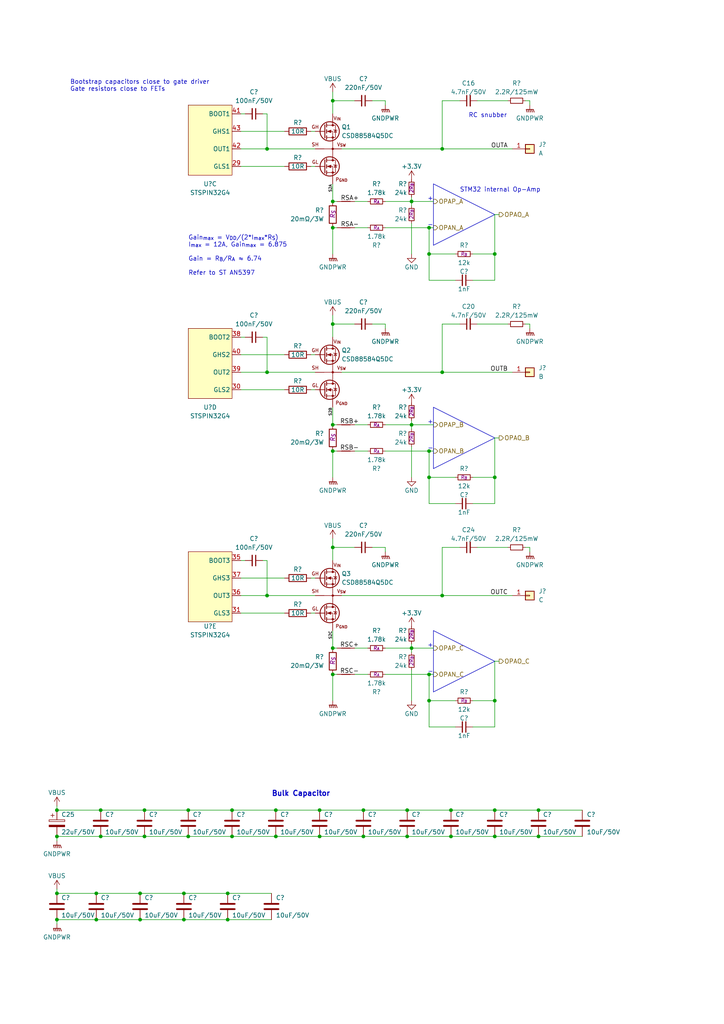
<source format=kicad_sch>
(kicad_sch (version 20230121) (generator eeschema)
  (paper "A4" portrait)
  (junction (at 53.34 259.08))
  (junction (at 96.52 130.81))
  (junction (at 105.41 234.95))
  (junction (at 67.31 242.57))
  (junction (at 29.21 234.95))
  (junction (at 124.46 66.04))
  (junction (at 66.04 266.7))
  (junction (at 130.81 234.95))
  (junction (at 128.27 43.18))
  (junction (at 143.51 242.57))
  (junction (at 119.38 123.19))
  (junction (at 96.52 187.96))
  (junction (at 67.31 234.95))
  (junction (at 29.21 242.57))
  (junction (at 130.81 242.57))
  (junction (at 124.46 195.58))
  (junction (at 54.61 234.95))
  (junction (at 27.94 266.7))
  (junction (at 143.51 138.43))
  (junction (at 27.94 259.08))
  (junction (at 124.46 138.43))
  (junction (at 96.52 93.98))
  (junction (at 143.51 203.2))
  (junction (at 92.71 242.57))
  (junction (at 105.41 242.57))
  (junction (at 16.51 242.57))
  (junction (at 16.51 234.95))
  (junction (at 41.91 242.57))
  (junction (at 96.52 66.04))
  (junction (at 80.01 242.57))
  (junction (at 96.52 123.19))
  (junction (at 54.61 242.57))
  (junction (at 124.46 130.81))
  (junction (at 77.47 43.18))
  (junction (at 128.27 107.95))
  (junction (at 96.52 195.58))
  (junction (at 96.52 158.75))
  (junction (at 156.21 242.57))
  (junction (at 96.52 58.42))
  (junction (at 77.47 107.95))
  (junction (at 118.11 242.57))
  (junction (at 92.71 234.95))
  (junction (at 96.52 29.21))
  (junction (at 124.46 203.2))
  (junction (at 118.11 234.95))
  (junction (at 128.27 172.72))
  (junction (at 41.91 234.95))
  (junction (at 53.34 266.7))
  (junction (at 156.21 234.95))
  (junction (at 143.51 234.95))
  (junction (at 66.04 259.08))
  (junction (at 124.46 73.66))
  (junction (at 119.38 58.42))
  (junction (at 143.51 73.66))
  (junction (at 77.47 172.72))
  (junction (at 16.51 259.08))
  (junction (at 40.64 259.08))
  (junction (at 40.64 266.7))
  (junction (at 119.38 187.96))
  (junction (at 16.51 266.7))
  (junction (at 80.01 234.95))
  (wire (pts (xy 69.85 48.26) (xy 82.55 48.26)))
  (wire (pts (xy 27.94 259.08) (xy 40.64 259.08)))
  (wire (pts (xy 69.85 102.87) (xy 82.55 102.87)))
  (wire (pts (xy 29.21 234.95) (xy 41.91 234.95)))
  (polyline (pts (xy 125.73 182.88) (xy 143.51 191.77)))
  (wire (pts (xy 153.67 29.21) (xy 152.4 29.21)))
  (wire (pts (xy 96.52 156.21) (xy 96.52 158.75)))
  (wire (pts (xy 96.52 29.21) (xy 96.52 33.02)))
  (wire (pts (xy 102.87 195.58) (xy 106.68 195.58)))
  (wire (pts (xy 69.85 113.03) (xy 82.55 113.03)))
  (wire (pts (xy 102.87 130.81) (xy 106.68 130.81)))
  (wire (pts (xy 54.61 234.95) (xy 67.31 234.95)))
  (polyline (pts (xy 125.73 71.12) (xy 143.51 62.23)))
  (wire (pts (xy 137.16 146.05) (xy 143.51 146.05)))
  (wire (pts (xy 132.08 81.28) (xy 124.46 81.28)))
  (wire (pts (xy 41.91 234.95) (xy 54.61 234.95)))
  (wire (pts (xy 143.51 203.2) (xy 143.51 191.77)))
  (wire (pts (xy 102.87 123.19) (xy 106.68 123.19)))
  (wire (pts (xy 128.27 43.18) (xy 148.59 43.18)))
  (wire (pts (xy 168.91 242.57) (xy 156.21 242.57)))
  (wire (pts (xy 16.51 234.95) (xy 29.21 234.95)))
  (wire (pts (xy 77.47 33.02) (xy 76.2 33.02)))
  (wire (pts (xy 119.38 121.92) (xy 119.38 123.19)))
  (polyline (pts (xy 125.73 53.34) (xy 143.51 62.23)))
  (wire (pts (xy 67.31 234.95) (xy 80.01 234.95)))
  (wire (pts (xy 41.91 242.57) (xy 54.61 242.57)))
  (wire (pts (xy 128.27 158.75) (xy 133.35 158.75)))
  (wire (pts (xy 137.16 203.2) (xy 143.51 203.2)))
  (polyline (pts (xy 125.73 118.11) (xy 143.51 127)))
  (wire (pts (xy 96.52 26.67) (xy 96.52 29.21)))
  (wire (pts (xy 90.17 177.8) (xy 91.44 177.8)))
  (wire (pts (xy 77.47 97.79) (xy 77.47 107.95)))
  (wire (pts (xy 105.41 234.95) (xy 118.11 234.95)))
  (polyline (pts (xy 125.73 135.89) (xy 125.73 118.11)))
  (wire (pts (xy 111.76 93.98) (xy 107.95 93.98)))
  (wire (pts (xy 80.01 242.57) (xy 92.71 242.57)))
  (wire (pts (xy 128.27 29.21) (xy 128.27 43.18)))
  (wire (pts (xy 96.52 182.88) (xy 96.52 187.96)))
  (wire (pts (xy 97.79 58.42) (xy 96.52 58.42)))
  (wire (pts (xy 96.52 53.34) (xy 96.52 58.42)))
  (wire (pts (xy 16.51 233.68) (xy 16.51 234.95)))
  (wire (pts (xy 143.51 127) (xy 144.78 127)))
  (wire (pts (xy 16.51 259.08) (xy 27.94 259.08)))
  (wire (pts (xy 105.41 242.57) (xy 118.11 242.57)))
  (wire (pts (xy 147.32 93.98) (xy 138.43 93.98)))
  (wire (pts (xy 128.27 158.75) (xy 128.27 172.72)))
  (wire (pts (xy 119.38 129.54) (xy 119.38 138.43)))
  (wire (pts (xy 128.27 29.21) (xy 133.35 29.21)))
  (wire (pts (xy 137.16 210.82) (xy 143.51 210.82)))
  (wire (pts (xy 153.67 158.75) (xy 153.67 160.02)))
  (wire (pts (xy 69.85 172.72) (xy 77.47 172.72)))
  (wire (pts (xy 118.11 242.57) (xy 130.81 242.57)))
  (wire (pts (xy 153.67 93.98) (xy 152.4 93.98)))
  (wire (pts (xy 69.85 107.95) (xy 77.47 107.95)))
  (wire (pts (xy 124.46 130.81) (xy 125.73 130.81)))
  (wire (pts (xy 119.38 124.46) (xy 119.38 123.19)))
  (wire (pts (xy 119.38 59.69) (xy 119.38 58.42)))
  (wire (pts (xy 97.79 130.81) (xy 96.52 130.81)))
  (wire (pts (xy 143.51 242.57) (xy 156.21 242.57)))
  (wire (pts (xy 69.85 43.18) (xy 77.47 43.18)))
  (wire (pts (xy 69.85 38.1) (xy 82.55 38.1)))
  (wire (pts (xy 111.76 187.96) (xy 119.38 187.96)))
  (wire (pts (xy 66.04 259.08) (xy 78.74 259.08)))
  (wire (pts (xy 132.08 203.2) (xy 124.46 203.2)))
  (wire (pts (xy 66.04 266.7) (xy 78.74 266.7)))
  (wire (pts (xy 130.81 234.95) (xy 143.51 234.95)))
  (wire (pts (xy 128.27 107.95) (xy 148.59 107.95)))
  (wire (pts (xy 143.51 191.77) (xy 144.78 191.77)))
  (wire (pts (xy 128.27 172.72) (xy 148.59 172.72)))
  (wire (pts (xy 119.38 123.19) (xy 125.73 123.19)))
  (wire (pts (xy 143.51 73.66) (xy 143.51 62.23)))
  (wire (pts (xy 102.87 187.96) (xy 106.68 187.96)))
  (wire (pts (xy 111.76 95.25) (xy 111.76 93.98)))
  (wire (pts (xy 40.64 259.08) (xy 53.34 259.08)))
  (wire (pts (xy 111.76 130.81) (xy 124.46 130.81)))
  (wire (pts (xy 53.34 259.08) (xy 66.04 259.08)))
  (wire (pts (xy 40.64 266.7) (xy 53.34 266.7)))
  (wire (pts (xy 111.76 29.21) (xy 107.95 29.21)))
  (polyline (pts (xy 125.73 71.12) (xy 125.73 53.34)))
  (wire (pts (xy 143.51 234.95) (xy 156.21 234.95)))
  (wire (pts (xy 137.16 73.66) (xy 143.51 73.66)))
  (wire (pts (xy 124.46 195.58) (xy 125.73 195.58)))
  (wire (pts (xy 96.52 118.11) (xy 96.52 123.19)))
  (wire (pts (xy 102.87 58.42) (xy 106.68 58.42)))
  (wire (pts (xy 90.17 102.87) (xy 91.44 102.87)))
  (wire (pts (xy 80.01 234.95) (xy 92.71 234.95)))
  (wire (pts (xy 96.52 29.21) (xy 102.87 29.21)))
  (wire (pts (xy 97.79 123.19) (xy 96.52 123.19)))
  (wire (pts (xy 77.47 33.02) (xy 77.47 43.18)))
  (wire (pts (xy 97.79 195.58) (xy 96.52 195.58)))
  (wire (pts (xy 96.52 91.44) (xy 96.52 93.98)))
  (wire (pts (xy 77.47 107.95) (xy 91.44 107.95)))
  (wire (pts (xy 147.32 158.75) (xy 138.43 158.75)))
  (wire (pts (xy 124.46 130.81) (xy 124.46 138.43)))
  (wire (pts (xy 69.85 97.79) (xy 71.12 97.79)))
  (wire (pts (xy 54.61 242.57) (xy 67.31 242.57)))
  (wire (pts (xy 90.17 167.64) (xy 91.44 167.64)))
  (wire (pts (xy 29.21 242.57) (xy 41.91 242.57)))
  (wire (pts (xy 77.47 172.72) (xy 91.44 172.72)))
  (wire (pts (xy 90.17 38.1) (xy 91.44 38.1)))
  (wire (pts (xy 16.51 266.7) (xy 16.51 267.97)))
  (wire (pts (xy 143.51 146.05) (xy 143.51 138.43)))
  (wire (pts (xy 143.51 62.23) (xy 144.78 62.23)))
  (wire (pts (xy 107.95 158.75) (xy 111.76 158.75)))
  (wire (pts (xy 96.52 138.43) (xy 96.52 130.81)))
  (wire (pts (xy 124.46 146.05) (xy 124.46 138.43)))
  (wire (pts (xy 119.38 186.69) (xy 119.38 187.96)))
  (wire (pts (xy 69.85 33.02) (xy 71.12 33.02)))
  (wire (pts (xy 143.51 138.43) (xy 143.51 127)))
  (wire (pts (xy 124.46 195.58) (xy 124.46 203.2)))
  (wire (pts (xy 132.08 138.43) (xy 124.46 138.43)))
  (wire (pts (xy 29.21 242.57) (xy 16.51 242.57)))
  (wire (pts (xy 92.71 242.57) (xy 105.41 242.57)))
  (wire (pts (xy 99.06 107.95) (xy 128.27 107.95)))
  (wire (pts (xy 153.67 93.98) (xy 153.67 95.25)))
  (wire (pts (xy 90.17 113.03) (xy 91.44 113.03)))
  (wire (pts (xy 132.08 146.05) (xy 124.46 146.05)))
  (wire (pts (xy 16.51 257.81) (xy 16.51 259.08)))
  (wire (pts (xy 69.85 167.64) (xy 82.55 167.64)))
  (wire (pts (xy 96.52 93.98) (xy 102.87 93.98)))
  (wire (pts (xy 67.31 242.57) (xy 80.01 242.57)))
  (wire (pts (xy 119.38 187.96) (xy 125.73 187.96)))
  (wire (pts (xy 137.16 138.43) (xy 143.51 138.43)))
  (wire (pts (xy 128.27 93.98) (xy 128.27 107.95)))
  (wire (pts (xy 111.76 123.19) (xy 119.38 123.19)))
  (wire (pts (xy 119.38 64.77) (xy 119.38 73.66)))
  (wire (pts (xy 97.79 66.04) (xy 96.52 66.04)))
  (wire (pts (xy 69.85 177.8) (xy 82.55 177.8)))
  (wire (pts (xy 119.38 57.15) (xy 119.38 58.42)))
  (wire (pts (xy 111.76 195.58) (xy 124.46 195.58)))
  (wire (pts (xy 111.76 30.48) (xy 111.76 29.21)))
  (wire (pts (xy 99.06 43.18) (xy 128.27 43.18)))
  (wire (pts (xy 99.06 172.72) (xy 128.27 172.72)))
  (wire (pts (xy 53.34 266.7) (xy 66.04 266.7)))
  (wire (pts (xy 96.52 203.2) (xy 96.52 195.58)))
  (wire (pts (xy 130.81 242.57) (xy 143.51 242.57)))
  (wire (pts (xy 96.52 158.75) (xy 102.87 158.75)))
  (wire (pts (xy 96.52 158.75) (xy 96.52 162.56)))
  (wire (pts (xy 97.79 187.96) (xy 96.52 187.96)))
  (wire (pts (xy 124.46 81.28) (xy 124.46 73.66)))
  (wire (pts (xy 27.94 266.7) (xy 40.64 266.7)))
  (wire (pts (xy 153.67 158.75) (xy 152.4 158.75)))
  (wire (pts (xy 143.51 210.82) (xy 143.51 203.2)))
  (wire (pts (xy 96.52 93.98) (xy 96.52 97.79)))
  (wire (pts (xy 137.16 81.28) (xy 143.51 81.28)))
  (wire (pts (xy 77.47 43.18) (xy 91.44 43.18)))
  (wire (pts (xy 77.47 162.56) (xy 77.47 172.72)))
  (wire (pts (xy 124.46 66.04) (xy 125.73 66.04)))
  (wire (pts (xy 132.08 210.82) (xy 124.46 210.82)))
  (wire (pts (xy 119.38 194.31) (xy 119.38 203.2)))
  (wire (pts (xy 102.87 66.04) (xy 106.68 66.04)))
  (wire (pts (xy 153.67 29.21) (xy 153.67 30.48)))
  (polyline (pts (xy 125.73 200.66) (xy 125.73 182.88)))
  (wire (pts (xy 16.51 266.7) (xy 27.94 266.7)))
  (wire (pts (xy 77.47 97.79) (xy 76.2 97.79)))
  (wire (pts (xy 119.38 58.42) (xy 125.73 58.42)))
  (wire (pts (xy 92.71 234.95) (xy 105.41 234.95)))
  (wire (pts (xy 147.32 29.21) (xy 138.43 29.21)))
  (wire (pts (xy 118.11 234.95) (xy 130.81 234.95)))
  (wire (pts (xy 132.08 73.66) (xy 124.46 73.66)))
  (wire (pts (xy 111.76 160.02) (xy 111.76 158.75)))
  (wire (pts (xy 16.51 243.84) (xy 16.51 242.57)))
  (wire (pts (xy 111.76 58.42) (xy 119.38 58.42)))
  (wire (pts (xy 124.46 66.04) (xy 124.46 73.66)))
  (wire (pts (xy 90.17 48.26) (xy 91.44 48.26)))
  (wire (pts (xy 119.38 189.23) (xy 119.38 187.96)))
  (wire (pts (xy 111.76 66.04) (xy 124.46 66.04)))
  (polyline (pts (xy 125.73 135.89) (xy 143.51 127)))
  (wire (pts (xy 168.91 234.95) (xy 156.21 234.95)))
  (wire (pts (xy 124.46 210.82) (xy 124.46 203.2)))
  (wire (pts (xy 128.27 93.98) (xy 133.35 93.98)))
  (wire (pts (xy 143.51 81.28) (xy 143.51 73.66)))
  (wire (pts (xy 69.85 162.56) (xy 71.12 162.56)))
  (wire (pts (xy 77.47 162.56) (xy 76.2 162.56)))
  (wire (pts (xy 96.52 73.66) (xy 96.52 66.04)))
  (polyline (pts (xy 125.73 200.66) (xy 143.51 191.77)))
  (text "+" (at 125.73 123.19 0) (effects (font (size 1.27 1.27)) (justify right bottom)))
  (text "-" (at 125.73 130.81 0) (effects (font (size 1.27 1.27)) (justify right bottom)))
  (text "Bulk Capacitor" (at 78.74 231.14 0) (effects (font (size 1.5 1.5) (thickness 0.3) bold) (justify left bottom)))
  (text "+" (at 125.73 58.42 0) (effects (font (size 1.27 1.27)) (justify right bottom)))
  (text "+" (at 125.73 187.96 0) (effects (font (size 1.27 1.27)) (justify right bottom)))
  (text "Gain_{max} = V_{DD}/(2*I_{max}*R_{S})\nI_{max} = 12A, Gain_{max} = 6.875\n\nGain = R_{B}/R_{A} ≈ 6.74\n\nRefer to ST AN5397" (at 54.61 80.01 0) (effects (font (size 1.27 1.27)) (justify left bottom)))
  (text "STM32 internal Op-Amp" (at 133.35 55.88 0) (effects (font (size 1.27 1.27)) (justify left bottom)))
  (text "Bootstrap capacitors close to gate driver\nGate resistors close to FETs" (at 20.32 26.67 0) (effects (font (size 1.27 1.27)) (justify left bottom)))
  (text "-" (at 125.73 66.04 0) (effects (font (size 1.27 1.27)) (justify right bottom)))
  (text "-" (at 125.73 195.58 0) (effects (font (size 1.27 1.27)) (justify right bottom)))
  (text "RC snubber" (at 135.89 34.29 0) (effects (font (size 1.27 1.27)) (justify left bottom)))
  (label "S2B" (at 96.52 118.11 270) (effects (font (size 0.8 0.8))))
  (label "RSA-" (at 104.14 66.04 180))
  (label "RSC-" (at 104.14 195.58 180))
  (label "RSA+" (at 104.14 58.42 180))
  (label "S2A" (at 96.52 53.34 270) (effects (font (size 0.8 0.8))))
  (label "RSB+" (at 104.14 123.19 180))
  (label "RSB-" (at 104.14 130.81 180))
  (label "S2C" (at 96.52 182.88 270) (effects (font (size 0.8 0.8))))
  (label "RSC+" (at 104.14 187.96 180))
  (label "OUTC" (at 147.32 172.72 180))
  (label "OUTA" (at 147.32 43.18 180))
  (label "OUTB" (at 147.32 107.95 180))
  (hierarchical_label "OPAO_B" (shape output) (at 144.78 127 0))
  (hierarchical_label "OPAN_C" (shape output) (at 125.73 195.58 0))
  (hierarchical_label "OPAO_A" (shape output) (at 144.78 62.23 0))
  (hierarchical_label "OPAP_C" (shape output) (at 125.73 187.96 0))
  (hierarchical_label "OPAN_B" (shape output) (at 125.73 130.81 0))
  (hierarchical_label "OPAP_B" (shape output) (at 125.73 123.19 0))
  (hierarchical_label "OPAO_C" (shape output) (at 144.78 191.77 0))
  (hierarchical_label "OPAN_A" (shape output) (at 125.73 66.04 0))
  (hierarchical_label "OPAP_A" (shape output) (at 125.73 58.42 0))
  (symbol (lib_id "Device:R_Small") (at 149.86 93.98 90) (unit 1)
    (property "Reference" "R?" (at 149.86 88.9 90))
    (property "Value" "2.2R/125mW" (at 149.86 91.44 90))
    (property "Footprint" "Resistor_SMD:R_0805_2012Metric" (effects hide))
    (property "LCSC" "C17521" (effects hide))
    (property "MFR. Part#" "0805W8F220KT5E" (effects hide))
    (instances (project "moco-rd321" (path "" (reference "R?") (unit 1)) (path "" (reference "R?") (unit 1))) (project "moco-pg4_2" (path "" (reference "R18") (unit 1))))
  )
  (symbol (lib_id "Device:C_Small") (at 135.89 29.21 90) (unit 1)
    (property "Reference" "C16" (at 135.89 24.13 90))
    (property "Value" "4.7nF/50V" (at 135.89 26.67 90))
    (property "Footprint" "Capacitor_SMD:C_0402_1005Metric" (effects hide))
    (property "LCSC" "C1538" (effects hide))
    (property "MFR. Part#" "0402B472K500NT" (effects hide))
  )
  (symbol (lib_id "power:VBUS") (at 96.52 26.67 0) (unit 1)
    (property "Reference" "#PWR?" (effects hide))
    (property "Value" "VBUS" (at 96.52 22.86 0))
    (instances (project "moco-pg4_2" (path "" (reference "#PWR?") (unit 1)) (path "" (reference "#PWR030") (unit 1))))
  )
  (symbol (lib_id "Device:NetTie_2") (at 100.33 66.04 0) (mirror y) (unit 1) (in_bom no)
    (property "Reference" "NT?" (effects hide))
    (property "Value" "NetTie_2" (effects hide))
    (property "Footprint" "NetTie:NetTie-2_SMD_Pad0.5mm" (effects hide))
    (instances (project "moco-rd321" (path "" (reference "NT?") (unit 1)) (path "" (reference "NT?") (unit 1))) (project "moco-rd501" (path "" (reference "NT?") (unit 1))) (project "moco-pg4_2" (path "" (reference "NT?") (unit 1)) (path "" (reference "NT2") (unit 1))))
  )
  (symbol (lib_id "Device:C_Small") (at 105.41 158.75 270) (mirror x) (unit 1)
    (property "Reference" "C?" (at 105.41 152.4 90))
    (property "Value" "220nF/50V" (at 105.41 154.94 90))
    (property "Footprint" "Capacitor_SMD:C_0805_2012Metric" (effects hide))
    (property "LCSC" "C5378" (effects hide))
    (property "MFR. Part#" "CL21B224KBFNNNE" (effects hide))
    (instances (project "moco-rd321" (path "" (reference "C?") (unit 1)) (path "" (reference "C?") (unit 1))) (project "moco-pg4_2" (path "" (reference "C?") (unit 1)) (path "" (reference "C23") (unit 1))))
  )
  (symbol (lib_id "Device:C") (at 156.21 238.76 0) (mirror y) (unit 1)
    (property "Reference" "C?" (at 157.48 236.22 0) (effects (justify right)))
    (property "Value" "10uF/50V" (at 157.48 241.3 0) (effects (justify right)))
    (property "Footprint" "Capacitor_SMD:C_0805_2012Metric" (effects hide))
    (property "LCSC" "C440198" (effects hide))
    (property "MFR. Part#" "GRM21BR61H106KE43L" (effects hide))
    (instances (project "moco-rd321" (path "" (reference "C?") (unit 1))) (project "moco-oi401" (path "" (reference "C?") (unit 1)) (path "" (reference "C?") (unit 1))) (project "moco-bkd8316" (path "" (reference "C?") (unit 1))) (project "moco-pg4_2" (path "" (reference "C38") (unit 1))))
  )
  (symbol (lib_id "power:VBUS") (at 16.51 257.81 0) (unit 1)
    (property "Reference" "#PWR?" (effects hide))
    (property "Value" "VBUS" (at 16.51 254 0))
    (instances (project "moco-rd321" (path "" (reference "#PWR?") (unit 1)) (path "" (reference "#PWR?") (unit 1))) (project "moco-pg4_2" (path "" (reference "#PWR050") (unit 1))))
  )
  (symbol (lib_id "power:GNDPWR") (at 16.51 243.84 0) (mirror y) (unit 1)
    (property "Reference" "#PWR?" (effects hide))
    (property "Value" "GNDPWR" (at 16.51 247.65 0))
    (instances (project "moco-rd321" (path "" (reference "#PWR?") (unit 1)) (path "" (reference "#PWR?") (unit 1))) (project "moco-rd501" (path "" (reference "#PWR?") (unit 1))) (project "moco-pg4_2" (path "" (reference "#PWR049") (unit 1))))
  )
  (symbol (lib_id "Device:C") (at 130.81 238.76 0) (mirror y) (unit 1)
    (property "Reference" "C?" (at 132.08 236.22 0) (effects (justify right)))
    (property "Value" "10uF/50V" (at 132.08 241.3 0) (effects (justify right)))
    (property "Footprint" "Capacitor_SMD:C_0805_2012Metric" (effects hide))
    (property "LCSC" "C440198" (effects hide))
    (property "MFR. Part#" "GRM21BR61H106KE43L" (effects hide))
    (instances (project "moco-rd321" (path "" (reference "C?") (unit 1))) (project "moco-oi401" (path "" (reference "C?") (unit 1)) (path "" (reference "C?") (unit 1))) (project "moco-bkd8316" (path "" (reference "C?") (unit 1))) (project "moco-pg4_2" (path "" (reference "C36") (unit 1))))
  )
  (symbol (lib_id "Device:R") (at 96.52 191.77 0) (mirror y) (unit 1)
    (property "Reference" "R?" (at 93.98 190.5 0) (effects (justify left)))
    (property "Value" "20mΩ/3W" (at 93.98 193.04 0) (effects (justify left)))
    (property "Footprint" "Resistor_SMD:R_2512_6332Metric" (effects hide))
    (property "LCSC" "C840620" (effects hide))
    (property "MFR. Part#" "CRA2512-FZ-R020ELF" (effects hide))
    (property "Note" "R_{S}" (at 96.52 191.77 90) (effects (font italic)))
    (instances (project "moco-rd321" (path "" (reference "R?") (unit 1)) (path "" (reference "R?") (unit 1))) (project "moco-rd501" (path "" (reference "R?") (unit 1))) (project "moco-pg4_2" (path "" (reference "R?") (unit 1)) (path "" (reference "R32") (unit 1))))
  )
  (symbol (lib_id "power:GNDPWR") (at 111.76 95.25 0) (mirror y) (unit 1)
    (property "Reference" "#PWR?" (effects hide))
    (property "Value" "GNDPWR" (at 111.76 99.06 0))
    (instances (project "moco-rd321" (path "" (reference "#PWR?") (unit 1)) (path "" (reference "#PWR?") (unit 1))) (project "moco-rd501" (path "" (reference "#PWR?") (unit 1))) (project "moco-pg4_2" (path "" (reference "#PWR?") (unit 1)) (path "" (reference "#PWR037") (unit 1))))
  )
  (symbol (lib_id "Device:C") (at 41.91 238.76 0) (mirror y) (unit 1)
    (property "Reference" "C?" (at 43.18 236.22 0) (effects (justify right)))
    (property "Value" "10uF/50V" (at 43.18 241.3 0) (effects (justify right)))
    (property "Footprint" "Capacitor_SMD:C_0805_2012Metric" (effects hide))
    (property "LCSC" "C440198" (effects hide))
    (property "MFR. Part#" "GRM21BR61H106KE43L" (effects hide))
    (instances (project "moco-rd321" (path "" (reference "C?") (unit 1))) (project "moco-oi401" (path "" (reference "C?") (unit 1)) (path "" (reference "C?") (unit 1))) (project "moco-bkd8316" (path "" (reference "C?") (unit 1))) (project "moco-pg4_2" (path "" (reference "C29") (unit 1))))
  )
  (symbol (lib_id "moco:CSD88584Q5DC") (at 96.52 107.95 0) (unit 1)
    (property "Reference" "Q2" (at 99.06 101.6 0) (effects (justify left)))
    (property "Value" "CSD88584Q5DC" (at 99.06 104.14 0) (effects (justify left)))
    (property "Footprint" "moco:VSON-CLIP-22_5x6mm (DMM0022A)_Alt1" (effects hide))
    (property "LCSC" "C2683056" (effects hide))
    (property "MFR. Part#" "CSD88584Q5DC" (effects hide))
  )
  (symbol (lib_id "Device:C") (at 80.01 238.76 0) (mirror y) (unit 1)
    (property "Reference" "C?" (at 81.28 236.22 0) (effects (justify right)))
    (property "Value" "10uF/50V" (at 81.28 241.3 0) (effects (justify right)))
    (property "Footprint" "Capacitor_SMD:C_0805_2012Metric" (effects hide))
    (property "LCSC" "C440198" (effects hide))
    (property "MFR. Part#" "GRM21BR61H106KE43L" (effects hide))
    (instances (project "moco-rd321" (path "" (reference "C?") (unit 1))) (project "moco-oi401" (path "" (reference "C?") (unit 1)) (path "" (reference "C?") (unit 1))) (project "moco-bkd8316" (path "" (reference "C?") (unit 1))) (project "moco-pg4_2" (path "" (reference "C32") (unit 1))))
  )
  (symbol (lib_id "power:+3.3V") (at 119.38 52.07 0) (unit 1)
    (property "Reference" "#PWR?" (effects hide))
    (property "Value" "+3.3V" (at 119.38 48.26 0))
    (instances (project "moco-rd321" (path "" (reference "#PWR?") (unit 1)) (path "" (reference "#PWR?") (unit 1)) (path "" (reference "#PWR?") (unit 1))) (project "moco-pg4_2" (path "" (reference "#PWR033") (unit 1))))
  )
  (symbol (lib_id "Device:NetTie_2") (at 100.33 195.58 0) (mirror y) (unit 1) (in_bom no)
    (property "Reference" "NT?" (effects hide))
    (property "Value" "NetTie_2" (effects hide))
    (property "Footprint" "NetTie:NetTie-2_SMD_Pad0.5mm" (effects hide))
    (instances (project "moco-rd321" (path "" (reference "NT?") (unit 1)) (path "" (reference "NT?") (unit 1))) (project "moco-rd501" (path "" (reference "NT?") (unit 1))) (project "moco-pg4_2" (path "" (reference "NT?") (unit 1)) (path "" (reference "NT6") (unit 1))))
  )
  (symbol (lib_id "Device:R_Small") (at 109.22 123.19 90) (unit 1)
    (property "Reference" "R?" (at 109.22 118.11 90))
    (property "Value" "1.78k" (at 109.22 120.65 90))
    (property "Footprint" "Resistor_SMD:R_0402_1005Metric" (effects hide))
    (property "LCSC" "C284379" (effects hide))
    (property "MFR. Part#" "ARG02FTC1781" (effects hide))
    (property "Note" "R_{A}" (at 109.22 123.19 90) (effects (font (size 1 1) italic)))
    (instances (project "moco-rd321" (path "" (reference "R?") (unit 1)) (path "" (reference "R?") (unit 1))) (project "moco-pg4_2" (path "" (reference "R22") (unit 1))))
  )
  (symbol (lib_id "Device:C_Small") (at 134.62 210.82 270) (mirror x) (unit 1)
    (property "Reference" "C?" (at 134.62 208.28 90))
    (property "Value" "1nF" (at 134.62 213.36 90))
    (property "Footprint" "Capacitor_SMD:C_0402_1005Metric" (effects hide))
    (property "LCSC" "C1523" (effects hide))
    (property "MFR. Part#" "0402B102K500NT" (effects hide))
    (instances (project "moco-rd321" (path "" (reference "C?") (unit 1)) (path "" (reference "C?") (unit 1))) (project "moco-pg4_2" (path "" (reference "C?") (unit 1)) (path "" (reference "C26") (unit 1))))
  )
  (symbol (lib_id "power:GNDPWR") (at 96.52 73.66 0) (mirror y) (unit 1)
    (property "Reference" "#PWR?" (effects hide))
    (property "Value" "GNDPWR" (at 96.52 77.47 0))
    (instances (project "moco-rd321" (path "" (reference "#PWR?") (unit 1)) (path "" (reference "#PWR?") (unit 1))) (project "moco-rd501" (path "" (reference "#PWR?") (unit 1))) (project "moco-pg4_2" (path "" (reference "#PWR?") (unit 1)) (path "" (reference "#PWR034") (unit 1))))
  )
  (symbol (lib_id "power:GNDPWR") (at 153.67 30.48 0) (mirror y) (unit 1)
    (property "Reference" "#PWR?" (effects hide))
    (property "Value" "GNDPWR" (at 153.67 34.29 0))
    (instances (project "moco-rd321" (path "" (reference "#PWR?") (unit 1)) (path "" (reference "#PWR?") (unit 1))) (project "moco-rd501" (path "" (reference "#PWR?") (unit 1))) (project "moco-pg4_2" (path "" (reference "#PWR?") (unit 1)) (path "" (reference "#PWR032") (unit 1))))
  )
  (symbol (lib_id "moco:STSPIN32G4") (at 60.96 105.41 0) (unit 4)
    (property "Reference" "U?" (at 60.96 118.11 0))
    (property "Value" "STSPIN32G4" (at 60.96 120.65 0))
    (property "Footprint" "moco:VFQFPN 9X9X1.0 64 PITCH 0.5" (effects hide))
    (property "LCSC" "C2858620" (effects hide))
    (property "MFR. Part#" "STSPIN32G4" (effects hide))
    (instances (project "moco-pg4_2" (path "" (reference "U?") (unit 4)) (path "" (reference "U1") (unit 4))))
  )
  (symbol (lib_id "Device:NetTie_2") (at 100.33 130.81 0) (mirror y) (unit 1) (in_bom no)
    (property "Reference" "NT?" (effects hide))
    (property "Value" "NetTie_2" (effects hide))
    (property "Footprint" "NetTie:NetTie-2_SMD_Pad0.5mm" (effects hide))
    (instances (project "moco-rd321" (path "" (reference "NT?") (unit 1)) (path "" (reference "NT?") (unit 1))) (project "moco-rd501" (path "" (reference "NT?") (unit 1))) (project "moco-pg4_2" (path "" (reference "NT?") (unit 1)) (path "" (reference "NT4") (unit 1))))
  )
  (symbol (lib_id "power:GNDPWR") (at 96.52 203.2 0) (mirror y) (unit 1)
    (property "Reference" "#PWR?" (effects hide))
    (property "Value" "GNDPWR" (at 96.52 207.01 0))
    (instances (project "moco-rd321" (path "" (reference "#PWR?") (unit 1)) (path "" (reference "#PWR?") (unit 1))) (project "moco-rd501" (path "" (reference "#PWR?") (unit 1))) (project "moco-pg4_2" (path "" (reference "#PWR?") (unit 1)) (path "" (reference "#PWR046") (unit 1))))
  )
  (symbol (lib_id "Device:C_Small") (at 135.89 93.98 90) (unit 1)
    (property "Reference" "C20" (at 135.89 88.9 90))
    (property "Value" "4.7nF/50V" (at 135.89 91.44 90))
    (property "Footprint" "Capacitor_SMD:C_0402_1005Metric" (effects hide))
    (property "LCSC" "C1538" (effects hide))
    (property "MFR. Part#" "0402B472K500NT" (effects hide))
  )
  (symbol (lib_id "power:GND") (at 119.38 138.43 0) (unit 1)
    (property "Reference" "#PWR?" (effects hide))
    (property "Value" "GND" (at 119.38 142.24 0))
    (instances (project "moco-rd321" (path "" (reference "#PWR?") (unit 1)) (path "" (reference "#PWR?") (unit 1))) (project "moco-pg4_2" (path "" (reference "#PWR041") (unit 1))))
  )
  (symbol (lib_id "Device:R") (at 86.36 48.26 90) (unit 1)
    (property "Reference" "R?" (at 86.36 45.72 90))
    (property "Value" "10R" (at 86.36 48.26 90))
    (property "Footprint" "Resistor_SMD:R_0402_1005Metric" (effects hide))
    (property "LCSC" "C25077" (effects hide))
    (property "MFR. Part#" "0402WGF100JTCE" (effects hide))
    (instances (project "moco-rd321" (path "" (reference "R?") (unit 1)) (path "" (reference "R?") (unit 1))) (project "moco-pg4_2" (path "" (reference "R?") (unit 1)) (path "" (reference "R11") (unit 1))))
  )
  (symbol (lib_id "Device:NetTie_2") (at 100.33 187.96 0) (mirror y) (unit 1) (in_bom no)
    (property "Reference" "NT?" (effects hide))
    (property "Value" "NetTie_2" (effects hide))
    (property "Footprint" "NetTie:NetTie-2_SMD_Pad0.5mm" (effects hide))
    (instances (project "moco-rd321" (path "" (reference "NT?") (unit 1)) (path "" (reference "NT?") (unit 1))) (project "moco-rd501" (path "" (reference "NT?") (unit 1))) (project "moco-pg4_2" (path "" (reference "NT?") (unit 1)) (path "" (reference "NT5") (unit 1))))
  )
  (symbol (lib_id "Device:R") (at 86.36 102.87 90) (unit 1)
    (property "Reference" "R?" (at 86.36 100.33 90))
    (property "Value" "10R" (at 86.36 102.87 90))
    (property "Footprint" "Resistor_SMD:R_0402_1005Metric" (effects hide))
    (property "LCSC" "C25077" (effects hide))
    (property "MFR. Part#" "0402WGF100JTCE" (effects hide))
    (instances (project "moco-rd321" (path "" (reference "R?") (unit 1)) (path "" (reference "R?") (unit 1))) (project "moco-pg4_2" (path "" (reference "R?") (unit 1)) (path "" (reference "R19") (unit 1))))
  )
  (symbol (lib_id "Device:C_Polarized") (at 16.51 238.76 0) (unit 1)
    (property "Reference" "C25" (at 17.78 236.22 0) (effects (justify left)))
    (property "Value" "22uF/50V" (at 17.78 241.3 0) (effects (justify left)))
    (property "Footprint" "Capacitor_SMD:CP_Elec_5x5.8" (effects hide))
    (property "LCSC" "C336246" (effects hide))
    (property "MFR. Part#" "EEEFT1H220AR" (effects hide))
    (instances (project "moco-rd321" (path "" (reference "C25") (unit 1))) (project "moco-pg4_2" (path "" (reference "C27") (unit 1))))
  )
  (symbol (lib_id "Device:NetTie_2") (at 100.33 58.42 0) (mirror y) (unit 1) (in_bom no)
    (property "Reference" "NT?" (effects hide))
    (property "Value" "NetTie_2" (effects hide))
    (property "Footprint" "NetTie:NetTie-2_SMD_Pad0.5mm" (effects hide))
    (instances (project "moco-rd321" (path "" (reference "NT?") (unit 1)) (path "" (reference "NT?") (unit 1))) (project "moco-rd501" (path "" (reference "NT?") (unit 1))) (project "moco-pg4_2" (path "" (reference "NT?") (unit 1)) (path "" (reference "NT1") (unit 1))))
  )
  (symbol (lib_id "Device:R") (at 96.52 127 0) (mirror y) (unit 1)
    (property "Reference" "R?" (at 93.98 125.73 0) (effects (justify left)))
    (property "Value" "20mΩ/3W" (at 93.98 128.27 0) (effects (justify left)))
    (property "Footprint" "Resistor_SMD:R_2512_6332Metric" (effects hide))
    (property "LCSC" "C840620" (effects hide))
    (property "MFR. Part#" "CRA2512-FZ-R020ELF" (effects hide))
    (property "Note" "R_{S}" (at 96.52 127 90) (effects (font italic)))
    (instances (project "moco-rd321" (path "" (reference "R?") (unit 1)) (path "" (reference "R?") (unit 1))) (project "moco-rd501" (path "" (reference "R?") (unit 1))) (project "moco-pg4_2" (path "" (reference "R?") (unit 1)) (path "" (reference "R23") (unit 1))))
  )
  (symbol (lib_id "power:GNDPWR") (at 16.51 267.97 0) (mirror y) (unit 1)
    (property "Reference" "#PWR?" (effects hide))
    (property "Value" "GNDPWR" (at 16.51 271.78 0))
    (instances (project "moco-rd321" (path "" (reference "#PWR?") (unit 1)) (path "" (reference "#PWR?") (unit 1))) (project "moco-rd501" (path "" (reference "#PWR?") (unit 1))) (project "moco-pg4_2" (path "" (reference "#PWR051") (unit 1))))
  )
  (symbol (lib_id "Device:C") (at 40.64 262.89 0) (mirror y) (unit 1)
    (property "Reference" "C?" (at 41.91 260.35 0) (effects (justify right)))
    (property "Value" "10uF/50V" (at 41.91 265.43 0) (effects (justify right)))
    (property "Footprint" "Capacitor_SMD:C_0805_2012Metric" (effects hide))
    (property "LCSC" "C440198" (effects hide))
    (property "MFR. Part#" "GRM21BR61H106KE43L" (effects hide))
    (instances (project "moco-rd321" (path "" (reference "C?") (unit 1))) (project "moco-oi401" (path "" (reference "C?") (unit 1)) (path "" (reference "C?") (unit 1))) (project "moco-bkd8316" (path "" (reference "C?") (unit 1))) (project "moco-pg4_2" (path "" (reference "C42") (unit 1))))
  )
  (symbol (lib_id "Device:C") (at 54.61 238.76 0) (mirror y) (unit 1)
    (property "Reference" "C?" (at 55.88 236.22 0) (effects (justify right)))
    (property "Value" "10uF/50V" (at 55.88 241.3 0) (effects (justify right)))
    (property "Footprint" "Capacitor_SMD:C_0805_2012Metric" (effects hide))
    (property "LCSC" "C440198" (effects hide))
    (property "MFR. Part#" "GRM21BR61H106KE43L" (effects hide))
    (instances (project "moco-rd321" (path "" (reference "C?") (unit 1))) (project "moco-oi401" (path "" (reference "C?") (unit 1)) (path "" (reference "C?") (unit 1))) (project "moco-bkd8316" (path "" (reference "C?") (unit 1))) (project "moco-pg4_2" (path "" (reference "C30") (unit 1))))
  )
  (symbol (lib_id "Device:C_Small") (at 134.62 146.05 270) (mirror x) (unit 1)
    (property "Reference" "C?" (at 134.62 143.51 90))
    (property "Value" "1nF" (at 134.62 148.59 90))
    (property "Footprint" "Capacitor_SMD:C_0402_1005Metric" (effects hide))
    (property "LCSC" "C1523" (effects hide))
    (property "MFR. Part#" "0402B102K500NT" (effects hide))
    (instances (project "moco-rd321" (path "" (reference "C?") (unit 1)) (path "" (reference "C?") (unit 1))) (project "moco-pg4_2" (path "" (reference "C?") (unit 1)) (path "" (reference "C22") (unit 1))))
  )
  (symbol (lib_id "moco:CSD88584Q5DC") (at 96.52 172.72 0) (unit 1)
    (property "Reference" "Q3" (at 99.06 166.37 0) (effects (justify left)))
    (property "Value" "CSD88584Q5DC" (at 99.06 168.91 0) (effects (justify left)))
    (property "Footprint" "moco:VSON-CLIP-22_5x6mm (DMM0022A)_Alt1" (effects hide))
    (property "LCSC" "C2683056" (effects hide))
    (property "MFR. Part#" "CSD88584Q5DC" (effects hide))
  )
  (symbol (lib_id "Device:R") (at 86.36 113.03 90) (unit 1)
    (property "Reference" "R?" (at 86.36 110.49 90))
    (property "Value" "10R" (at 86.36 113.03 90))
    (property "Footprint" "Resistor_SMD:R_0402_1005Metric" (effects hide))
    (property "LCSC" "C25077" (effects hide))
    (property "MFR. Part#" "0402WGF100JTCE" (effects hide))
    (instances (project "moco-rd321" (path "" (reference "R?") (unit 1)) (path "" (reference "R?") (unit 1))) (project "moco-pg4_2" (path "" (reference "R?") (unit 1)) (path "" (reference "R20") (unit 1))))
  )
  (symbol (lib_id "Device:R_Small") (at 134.62 203.2 90) (unit 1)
    (property "Reference" "R?" (at 134.62 200.66 90))
    (property "Value" "12k" (at 134.62 205.74 90))
    (property "Footprint" "Resistor_SMD:R_0402_1005Metric" (effects hide))
    (property "LCSC" "C25752" (effects hide))
    (property "MFR. Part#" "0402WGF1202TCE" (effects hide))
    (property "Note" "R_{B}" (at 134.62 203.2 90) (effects (font (size 1 1) italic)))
    (instances (project "moco-rd321" (path "" (reference "R?") (unit 1)) (path "" (reference "R?") (unit 1))) (project "moco-pg4_2" (path "" (reference "R35") (unit 1))))
  )
  (symbol (lib_id "Device:R_Small") (at 149.86 158.75 90) (unit 1)
    (property "Reference" "R?" (at 149.86 153.67 90))
    (property "Value" "2.2R/125mW" (at 149.86 156.21 90))
    (property "Footprint" "Resistor_SMD:R_0805_2012Metric" (effects hide))
    (property "LCSC" "C17521" (effects hide))
    (property "MFR. Part#" "0805W8F220KT5E" (effects hide))
    (instances (project "moco-rd321" (path "" (reference "R?") (unit 1)) (path "" (reference "R?") (unit 1))) (project "moco-pg4_2" (path "" (reference "R27") (unit 1))))
  )
  (symbol (lib_id "Connector_Generic:Conn_01x01") (at 153.67 107.95 0) (unit 1)
    (property "Reference" "J?" (at 156.21 106.68 0) (effects (justify left)))
    (property "Value" "B" (at 156.21 109.22 0) (effects (justify left)))
    (property "Footprint" "moco:wire_rectagnel_3.7mm_D1.5mm" (effects hide))
    (instances (project "moco-rd321" (path "" (reference "J?") (unit 1))) (project "moco-oi401" (path "" (reference "J?") (unit 1)) (path "" (reference "J?") (unit 1))) (project "moco-bkd8316" (path "" (reference "J?") (unit 1))) (project "moco-pg4_2" (path "" (reference "J?") (unit 1)) (path "" (reference "J7") (unit 1))))
  )
  (symbol (lib_id "Device:C_Small") (at 135.89 158.75 90) (unit 1)
    (property "Reference" "C24" (at 135.89 153.67 90))
    (property "Value" "4.7nF/50V" (at 135.89 156.21 90))
    (property "Footprint" "Capacitor_SMD:C_0402_1005Metric" (effects hide))
    (property "LCSC" "C1538" (effects hide))
    (property "MFR. Part#" "0402B472K500NT" (effects hide))
  )
  (symbol (lib_id "Device:C") (at 16.51 262.89 0) (mirror y) (unit 1)
    (property "Reference" "C?" (at 17.78 260.35 0) (effects (justify right)))
    (property "Value" "10uF/50V" (at 17.78 265.43 0) (effects (justify right)))
    (property "Footprint" "Capacitor_SMD:C_0805_2012Metric" (effects hide))
    (property "LCSC" "C440198" (effects hide))
    (property "MFR. Part#" "GRM21BR61H106KE43L" (effects hide))
    (instances (project "moco-rd321" (path "" (reference "C?") (unit 1))) (project "moco-oi401" (path "" (reference "C?") (unit 1)) (path "" (reference "C?") (unit 1))) (project "moco-bkd8316" (path "" (reference "C?") (unit 1))) (project "moco-pg4_2" (path "" (reference "C40") (unit 1))))
  )
  (symbol (lib_id "Device:C") (at 105.41 238.76 0) (mirror y) (unit 1)
    (property "Reference" "C?" (at 106.68 236.22 0) (effects (justify right)))
    (property "Value" "10uF/50V" (at 106.68 241.3 0) (effects (justify right)))
    (property "Footprint" "Capacitor_SMD:C_0805_2012Metric" (effects hide))
    (property "LCSC" "C440198" (effects hide))
    (property "MFR. Part#" "GRM21BR61H106KE43L" (effects hide))
    (instances (project "moco-rd321" (path "" (reference "C?") (unit 1))) (project "moco-oi401" (path "" (reference "C?") (unit 1)) (path "" (reference "C?") (unit 1))) (project "moco-bkd8316" (path "" (reference "C?") (unit 1))) (project "moco-pg4_2" (path "" (reference "C34") (unit 1))))
  )
  (symbol (lib_id "Device:C_Small") (at 105.41 93.98 270) (mirror x) (unit 1)
    (property "Reference" "C?" (at 105.41 87.63 90))
    (property "Value" "220nF/50V" (at 105.41 90.17 90))
    (property "Footprint" "Capacitor_SMD:C_0805_2012Metric" (effects hide))
    (property "LCSC" "C5378" (effects hide))
    (property "MFR. Part#" "CL21B224KBFNNNE" (effects hide))
    (instances (project "moco-rd321" (path "" (reference "C?") (unit 1)) (path "" (reference "C?") (unit 1))) (project "moco-pg4_2" (path "" (reference "C?") (unit 1)) (path "" (reference "C19") (unit 1))))
  )
  (symbol (lib_id "power:GND") (at 119.38 73.66 0) (unit 1)
    (property "Reference" "#PWR?" (effects hide))
    (property "Value" "GND" (at 119.38 77.47 0))
    (instances (project "moco-rd321" (path "" (reference "#PWR?") (unit 1)) (path "" (reference "#PWR?") (unit 1))) (project "moco-pg4_2" (path "" (reference "#PWR035") (unit 1))))
  )
  (symbol (lib_id "Device:C") (at 118.11 238.76 0) (mirror y) (unit 1)
    (property "Reference" "C?" (at 119.38 236.22 0) (effects (justify right)))
    (property "Value" "10uF/50V" (at 119.38 241.3 0) (effects (justify right)))
    (property "Footprint" "Capacitor_SMD:C_0805_2012Metric" (effects hide))
    (property "LCSC" "C440198" (effects hide))
    (property "MFR. Part#" "GRM21BR61H106KE43L" (effects hide))
    (instances (project "moco-rd321" (path "" (reference "C?") (unit 1))) (project "moco-oi401" (path "" (reference "C?") (unit 1)) (path "" (reference "C?") (unit 1))) (project "moco-bkd8316" (path "" (reference "C?") (unit 1))) (project "moco-pg4_2" (path "" (reference "C35") (unit 1))))
  )
  (symbol (lib_id "Device:R_Small") (at 109.22 58.42 90) (unit 1)
    (property "Reference" "R?" (at 109.22 53.34 90))
    (property "Value" "1.78k" (at 109.22 55.88 90))
    (property "Footprint" "Resistor_SMD:R_0402_1005Metric" (effects hide))
    (property "LCSC" "C284379" (effects hide))
    (property "MFR. Part#" "ARG02FTC1781" (effects hide))
    (property "Note" "R_{A}" (at 109.22 58.42 90) (effects (font (size 1 1) italic)))
    (instances (project "moco-rd321" (path "" (reference "R?") (unit 1)) (path "" (reference "R?") (unit 1))) (project "moco-pg4_2" (path "" (reference "R13") (unit 1))))
  )
  (symbol (lib_id "Device:C") (at 67.31 238.76 0) (mirror y) (unit 1)
    (property "Reference" "C?" (at 68.58 236.22 0) (effects (justify right)))
    (property "Value" "10uF/50V" (at 68.58 241.3 0) (effects (justify right)))
    (property "Footprint" "Capacitor_SMD:C_0805_2012Metric" (effects hide))
    (property "LCSC" "C440198" (effects hide))
    (property "MFR. Part#" "GRM21BR61H106KE43L" (effects hide))
    (instances (project "moco-rd321" (path "" (reference "C?") (unit 1))) (project "moco-oi401" (path "" (reference "C?") (unit 1)) (path "" (reference "C?") (unit 1))) (project "moco-bkd8316" (path "" (reference "C?") (unit 1))) (project "moco-pg4_2" (path "" (reference "C31") (unit 1))))
  )
  (symbol (lib_id "Device:R") (at 86.36 177.8 90) (unit 1)
    (property "Reference" "R?" (at 86.36 175.26 90))
    (property "Value" "10R" (at 86.36 177.8 90))
    (property "Footprint" "Resistor_SMD:R_0402_1005Metric" (effects hide))
    (property "LCSC" "C25077" (effects hide))
    (property "MFR. Part#" "0402WGF100JTCE" (effects hide))
    (instances (project "moco-rd321" (path "" (reference "R?") (unit 1)) (path "" (reference "R?") (unit 1))) (project "moco-pg4_2" (path "" (reference "R?") (unit 1)) (path "" (reference "R29") (unit 1))))
  )
  (symbol (lib_id "Device:C_Small") (at 105.41 29.21 270) (mirror x) (unit 1)
    (property "Reference" "C?" (at 105.41 22.86 90))
    (property "Value" "220nF/50V" (at 105.41 25.4 90))
    (property "Footprint" "Capacitor_SMD:C_0805_2012Metric" (effects hide))
    (property "LCSC" "C5378" (effects hide))
    (property "MFR. Part#" "CL21B224KBFNNNE" (effects hide))
    (instances (project "moco-rd321" (path "" (reference "C?") (unit 1)) (path "" (reference "C?") (unit 1))) (project "moco-pg4_2" (path "" (reference "C?") (unit 1)) (path "" (reference "C15") (unit 1))))
  )
  (symbol (lib_id "Device:R_Small") (at 119.38 184.15 0) (mirror y) (unit 1)
    (property "Reference" "R?" (at 118.11 182.88 0) (effects (justify left)))
    (property "Value" "24k" (at 118.11 185.42 0) (effects (justify left)))
    (property "Footprint" "Resistor_SMD:R_0402_1005Metric" (effects hide))
    (property "LCSC" "C25769" (effects hide))
    (property "MFR. Part#" "0402WGF2402TCE" (effects hide))
    (property "Note" "2R_{B}" (at 119.38 184.15 90) (effects (font (size 1 1) italic)))
    (instances (project "moco-rd321" (path "" (reference "R?") (unit 1)) (path "" (reference "R?") (unit 1))) (project "moco-pg4_2" (path "" (reference "R30") (unit 1))))
  )
  (symbol (lib_id "power:+3.3V") (at 119.38 116.84 0) (unit 1)
    (property "Reference" "#PWR?" (effects hide))
    (property "Value" "+3.3V" (at 119.38 113.03 0))
    (instances (project "moco-rd321" (path "" (reference "#PWR?") (unit 1)) (path "" (reference "#PWR?") (unit 1)) (path "" (reference "#PWR?") (unit 1))) (project "moco-pg4_2" (path "" (reference "#PWR039") (unit 1))))
  )
  (symbol (lib_id "Device:C") (at 168.91 238.76 0) (mirror y) (unit 1)
    (property "Reference" "C?" (at 170.18 236.22 0) (effects (justify right)))
    (property "Value" "10uF/50V" (at 170.18 241.3 0) (effects (justify right)))
    (property "Footprint" "Capacitor_SMD:C_0805_2012Metric" (effects hide))
    (property "LCSC" "C440198" (effects hide))
    (property "MFR. Part#" "GRM21BR61H106KE43L" (effects hide))
    (instances (project "moco-rd321" (path "" (reference "C?") (unit 1))) (project "moco-oi401" (path "" (reference "C?") (unit 1)) (path "" (reference "C?") (unit 1))) (project "moco-bkd8316" (path "" (reference "C?") (unit 1))) (project "moco-pg4_2" (path "" (reference "C39") (unit 1))))
  )
  (symbol (lib_id "Device:R") (at 86.36 167.64 90) (unit 1)
    (property "Reference" "R?" (at 86.36 165.1 90))
    (property "Value" "10R" (at 86.36 167.64 90))
    (property "Footprint" "Resistor_SMD:R_0402_1005Metric" (effects hide))
    (property "LCSC" "C25077" (effects hide))
    (property "MFR. Part#" "0402WGF100JTCE" (effects hide))
    (instances (project "moco-rd321" (path "" (reference "R?") (unit 1)) (path "" (reference "R?") (unit 1))) (project "moco-pg4_2" (path "" (reference "R?") (unit 1)) (path "" (reference "R28") (unit 1))))
  )
  (symbol (lib_id "power:GNDPWR") (at 96.52 138.43 0) (mirror y) (unit 1)
    (property "Reference" "#PWR?" (effects hide))
    (property "Value" "GNDPWR" (at 96.52 142.24 0))
    (instances (project "moco-rd321" (path "" (reference "#PWR?") (unit 1)) (path "" (reference "#PWR?") (unit 1))) (project "moco-rd501" (path "" (reference "#PWR?") (unit 1))) (project "moco-pg4_2" (path "" (reference "#PWR?") (unit 1)) (path "" (reference "#PWR040") (unit 1))))
  )
  (symbol (lib_id "Device:NetTie_2") (at 100.33 123.19 0) (mirror y) (unit 1) (in_bom no)
    (property "Reference" "NT?" (effects hide))
    (property "Value" "NetTie_2" (effects hide))
    (property "Footprint" "NetTie:NetTie-2_SMD_Pad0.5mm" (effects hide))
    (instances (project "moco-rd321" (path "" (reference "NT?") (unit 1)) (path "" (reference "NT?") (unit 1))) (project "moco-rd501" (path "" (reference "NT?") (unit 1))) (project "moco-pg4_2" (path "" (reference "NT?") (unit 1)) (path "" (reference "NT3") (unit 1))))
  )
  (symbol (lib_id "power:GNDPWR") (at 153.67 95.25 0) (mirror y) (unit 1)
    (property "Reference" "#PWR?" (effects hide))
    (property "Value" "GNDPWR" (at 153.67 99.06 0))
    (instances (project "moco-rd321" (path "" (reference "#PWR?") (unit 1)) (path "" (reference "#PWR?") (unit 1))) (project "moco-rd501" (path "" (reference "#PWR?") (unit 1))) (project "moco-pg4_2" (path "" (reference "#PWR?") (unit 1)) (path "" (reference "#PWR038") (unit 1))))
  )
  (symbol (lib_id "Device:C_Small") (at 134.62 81.28 270) (mirror x) (unit 1)
    (property "Reference" "C?" (at 134.62 78.74 90))
    (property "Value" "1nF" (at 134.62 83.82 90))
    (property "Footprint" "Capacitor_SMD:C_0402_1005Metric" (effects hide))
    (property "LCSC" "C1523" (effects hide))
    (property "MFR. Part#" "0402B102K500NT" (effects hide))
    (instances (project "moco-rd321" (path "" (reference "C?") (unit 1)) (path "" (reference "C?") (unit 1))) (project "moco-pg4_2" (path "" (reference "C?") (unit 1)) (path "" (reference "C18") (unit 1))))
  )
  (symbol (lib_id "Device:R_Small") (at 149.86 29.21 90) (unit 1)
    (property "Reference" "R?" (at 149.86 24.13 90))
    (property "Value" "2.2R/125mW" (at 149.86 26.67 90))
    (property "Footprint" "Resistor_SMD:R_0805_2012Metric" (effects hide))
    (property "LCSC" "C17521" (effects hide))
    (property "MFR. Part#" "0805W8F220KT5E" (effects hide))
    (instances (project "moco-rd321" (path "" (reference "R?") (unit 1)) (path "" (reference "R?") (unit 1))) (project "moco-pg4_2" (path "" (reference "R9") (unit 1))))
  )
  (symbol (lib_id "Device:R_Small") (at 109.22 130.81 90) (mirror x) (unit 1)
    (property "Reference" "R?" (at 109.22 135.89 90))
    (property "Value" "1.78k" (at 109.22 133.35 90))
    (property "Footprint" "Resistor_SMD:R_0402_1005Metric" (effects hide))
    (property "LCSC" "C284379" (effects hide))
    (property "MFR. Part#" "ARG02FTC1781" (effects hide))
    (property "Note" "R_{A}" (at 109.22 130.81 90) (effects (font (size 1 1) italic)))
    (instances (project "moco-rd321" (path "" (reference "R?") (unit 1)) (path "" (reference "R?") (unit 1))) (project "moco-pg4_2" (path "" (reference "R25") (unit 1))))
  )
  (symbol (lib_id "moco:STSPIN32G4") (at 60.96 40.64 0) (unit 3)
    (property "Reference" "U?" (at 60.96 53.34 0))
    (property "Value" "STSPIN32G4" (at 60.96 55.88 0))
    (property "Footprint" "moco:VFQFPN 9X9X1.0 64 PITCH 0.5" (effects hide))
    (property "LCSC" "C2858620" (effects hide))
    (property "MFR. Part#" "STSPIN32G4" (effects hide))
    (instances (project "moco-pg4_2" (path "" (reference "U?") (unit 3)) (path "" (reference "U1") (unit 3))))
  )
  (symbol (lib_id "Device:R_Small") (at 119.38 127 0) (mirror y) (unit 1)
    (property "Reference" "R?" (at 118.11 125.73 0) (effects (justify left)))
    (property "Value" "24k" (at 118.11 128.27 0) (effects (justify left)))
    (property "Footprint" "Resistor_SMD:R_0402_1005Metric" (effects hide))
    (property "LCSC" "C25769" (effects hide))
    (property "MFR. Part#" "0402WGF2402TCE" (effects hide))
    (property "Note" "2R_{B}" (at 119.38 127 90) (effects (font (size 1 1) italic)))
    (instances (project "moco-rd321" (path "" (reference "R?") (unit 1)) (path "" (reference "R?") (unit 1))) (project "moco-pg4_2" (path "" (reference "R24") (unit 1))))
  )
  (symbol (lib_id "Device:R") (at 86.36 38.1 90) (unit 1)
    (property "Reference" "R?" (at 86.36 35.56 90))
    (property "Value" "10R" (at 86.36 38.1 90))
    (property "Footprint" "Resistor_SMD:R_0402_1005Metric" (effects hide))
    (property "LCSC" "C25077" (effects hide))
    (property "MFR. Part#" "0402WGF100JTCE" (effects hide))
    (instances (project "moco-rd321" (path "" (reference "R?") (unit 1)) (path "" (reference "R?") (unit 1))) (project "moco-pg4_2" (path "" (reference "R?") (unit 1)) (path "" (reference "R10") (unit 1))))
  )
  (symbol (lib_id "power:GND") (at 119.38 203.2 0) (unit 1)
    (property "Reference" "#PWR?" (effects hide))
    (property "Value" "GND" (at 119.38 207.01 0))
    (instances (project "moco-rd321" (path "" (reference "#PWR?") (unit 1)) (path "" (reference "#PWR?") (unit 1))) (project "moco-pg4_2" (path "" (reference "#PWR047") (unit 1))))
  )
  (symbol (lib_id "Device:C") (at 66.04 262.89 0) (mirror y) (unit 1)
    (property "Reference" "C?" (at 67.31 260.35 0) (effects (justify right)))
    (property "Value" "10uF/50V" (at 67.31 265.43 0) (effects (justify right)))
    (property "Footprint" "Capacitor_SMD:C_0805_2012Metric" (effects hide))
    (property "LCSC" "C440198" (effects hide))
    (property "MFR. Part#" "GRM21BR61H106KE43L" (effects hide))
    (instances (project "moco-rd321" (path "" (reference "C?") (unit 1))) (project "moco-oi401" (path "" (reference "C?") (unit 1)) (path "" (reference "C?") (unit 1))) (project "moco-bkd8316" (path "" (reference "C?") (unit 1))) (project "moco-pg4_2" (path "" (reference "C44") (unit 1))))
  )
  (symbol (lib_id "Device:R_Small") (at 134.62 138.43 90) (unit 1)
    (property "Reference" "R?" (at 134.62 135.89 90))
    (property "Value" "12k" (at 134.62 140.97 90))
    (property "Footprint" "Resistor_SMD:R_0402_1005Metric" (effects hide))
    (property "LCSC" "C25752" (effects hide))
    (property "MFR. Part#" "0402WGF1202TCE" (effects hide))
    (property "Note" "R_{B}" (at 134.62 138.43 90) (effects (font (size 1 1) italic)))
    (instances (project "moco-rd321" (path "" (reference "R?") (unit 1)) (path "" (reference "R?") (unit 1))) (project "moco-pg4_2" (path "" (reference "R26") (unit 1))))
  )
  (symbol (lib_id "Device:R_Small") (at 119.38 54.61 0) (mirror y) (unit 1)
    (property "Reference" "R?" (at 118.11 53.34 0) (effects (justify left)))
    (property "Value" "24k" (at 118.11 55.88 0) (effects (justify left)))
    (property "Footprint" "Resistor_SMD:R_0402_1005Metric" (effects hide))
    (property "LCSC" "C25769" (effects hide))
    (property "MFR. Part#" "0402WGF2402TCE" (effects hide))
    (property "Note" "2R_{B}" (at 119.38 54.61 90) (effects (font (size 1 1) italic)))
    (instances (project "moco-rd321" (path "" (reference "R?") (unit 1)) (path "" (reference "R?") (unit 1))) (project "moco-pg4_2" (path "" (reference "R12") (unit 1))))
  )
  (symbol (lib_id "power:GNDPWR") (at 111.76 30.48 0) (mirror y) (unit 1)
    (property "Reference" "#PWR?" (effects hide))
    (property "Value" "GNDPWR" (at 111.76 34.29 0))
    (instances (project "moco-rd321" (path "" (reference "#PWR?") (unit 1)) (path "" (reference "#PWR?") (unit 1))) (project "moco-rd501" (path "" (reference "#PWR?") (unit 1))) (project "moco-pg4_2" (path "" (reference "#PWR?") (unit 1)) (path "" (reference "#PWR031") (unit 1))))
  )
  (symbol (lib_id "power:+3.3V") (at 119.38 181.61 0) (unit 1)
    (property "Reference" "#PWR?" (effects hide))
    (property "Value" "+3.3V" (at 119.38 177.8 0))
    (instances (project "moco-rd321" (path "" (reference "#PWR?") (unit 1)) (path "" (reference "#PWR?") (unit 1)) (path "" (reference "#PWR?") (unit 1))) (project "moco-pg4_2" (path "" (reference "#PWR045") (unit 1))))
  )
  (symbol (lib_id "Device:R_Small") (at 109.22 187.96 90) (unit 1)
    (property "Reference" "R?" (at 109.22 182.88 90))
    (property "Value" "1.78k" (at 109.22 185.42 90))
    (property "Footprint" "Resistor_SMD:R_0402_1005Metric" (effects hide))
    (property "LCSC" "C284379" (effects hide))
    (property "MFR. Part#" "ARG02FTC1781" (effects hide))
    (property "Note" "R_{A}" (at 109.22 187.96 90) (effects (font (size 1 1) italic)))
    (instances (project "moco-rd321" (path "" (reference "R?") (unit 1)) (path "" (reference "R?") (unit 1))) (project "moco-pg4_2" (path "" (reference "R31") (unit 1))))
  )
  (symbol (lib_id "power:GNDPWR") (at 111.76 160.02 0) (mirror y) (unit 1)
    (property "Reference" "#PWR?" (effects hide))
    (property "Value" "GNDPWR" (at 111.76 163.83 0))
    (instances (project "moco-rd321" (path "" (reference "#PWR?") (unit 1)) (path "" (reference "#PWR?") (unit 1))) (project "moco-rd501" (path "" (reference "#PWR?") (unit 1))) (project "moco-pg4_2" (path "" (reference "#PWR?") (unit 1)) (path "" (reference "#PWR043") (unit 1))))
  )
  (symbol (lib_id "Device:C") (at 27.94 262.89 0) (mirror y) (unit 1)
    (property "Reference" "C?" (at 29.21 260.35 0) (effects (justify right)))
    (property "Value" "10uF/50V" (at 29.21 265.43 0) (effects (justify right)))
    (property "Footprint" "Capacitor_SMD:C_0805_2012Metric" (effects hide))
    (property "LCSC" "C440198" (effects hide))
    (property "MFR. Part#" "GRM21BR61H106KE43L" (effects hide))
    (instances (project "moco-rd321" (path "" (reference "C?") (unit 1))) (project "moco-oi401" (path "" (reference "C?") (unit 1)) (path "" (reference "C?") (unit 1))) (project "moco-bkd8316" (path "" (reference "C?") (unit 1))) (project "moco-pg4_2" (path "" (reference "C41") (unit 1))))
  )
  (symbol (lib_id "Device:C") (at 78.74 262.89 0) (mirror y) (unit 1)
    (property "Reference" "C?" (at 80.01 260.35 0) (effects (justify right)))
    (property "Value" "10uF/50V" (at 80.01 265.43 0) (effects (justify right)))
    (property "Footprint" "Capacitor_SMD:C_0805_2012Metric" (effects hide))
    (property "LCSC" "C440198" (effects hide))
    (property "MFR. Part#" "GRM21BR61H106KE43L" (effects hide))
    (instances (project "moco-rd321" (path "" (reference "C?") (unit 1))) (project "moco-oi401" (path "" (reference "C?") (unit 1)) (path "" (reference "C?") (unit 1))) (project "moco-bkd8316" (path "" (reference "C?") (unit 1))) (project "moco-pg4_2" (path "" (reference "C45") (unit 1))))
  )
  (symbol (lib_id "Device:R") (at 96.52 62.23 0) (mirror y) (unit 1)
    (property "Reference" "R?" (at 93.98 60.96 0) (effects (justify left)))
    (property "Value" "20mΩ/3W" (at 93.98 63.5 0) (effects (justify left)))
    (property "Footprint" "Resistor_SMD:R_2512_6332Metric" (effects hide))
    (property "LCSC" "C840620" (effects hide))
    (property "MFR. Part#" "CRA2512-FZ-R020ELF" (effects hide))
    (property "Note" "R_{S}" (at 96.52 62.23 90) (effects (font italic)))
    (instances (project "moco-rd321" (path "" (reference "R?") (unit 1)) (path "" (reference "R?") (unit 1))) (project "moco-rd501" (path "" (reference "R?") (unit 1))) (project "moco-pg4_2" (path "" (reference "R?") (unit 1)) (path "" (reference "R14") (unit 1))))
  )
  (symbol (lib_id "Device:R_Small") (at 119.38 62.23 0) (mirror y) (unit 1)
    (property "Reference" "R?" (at 118.11 60.96 0) (effects (justify left)))
    (property "Value" "24k" (at 118.11 63.5 0) (effects (justify left)))
    (property "Footprint" "Resistor_SMD:R_0402_1005Metric" (effects hide))
    (property "LCSC" "C25769" (effects hide))
    (property "MFR. Part#" "0402WGF2402TCE" (effects hide))
    (property "Note" "2R_{B}" (at 119.38 62.23 90) (effects (font (size 1 1) italic)))
    (instances (project "moco-rd321" (path "" (reference "R?") (unit 1)) (path "" (reference "R?") (unit 1))) (project "moco-pg4_2" (path "" (reference "R15") (unit 1))))
  )
  (symbol (lib_id "Device:C_Small") (at 73.66 33.02 270) (unit 1)
    (property "Reference" "C?" (at 73.66 26.67 90))
    (property "Value" "100nF/50V" (at 73.66 29.21 90))
    (property "Footprint" "Capacitor_SMD:C_0402_1005Metric" (effects hide))
    (property "LCSC" "C307331" (effects hide))
    (property "MFR. Part#" "CL05B104KB54PNC" (effects hide))
    (instances (project "moco-rd321" (path "" (reference "C?") (unit 1))) (project "moco-oi401" (path "" (reference "C?") (unit 1)) (path "" (reference "C?") (unit 1))) (project "moco-bkd8316" (path "" (reference "C?") (unit 1))) (project "moco-pg4_2" (path "" (reference "C?") (unit 1)) (path "" (reference "C17") (unit 1))))
  )
  (symbol (lib_id "Device:C_Small") (at 73.66 162.56 270) (unit 1)
    (property "Reference" "C?" (at 73.66 156.21 90))
    (property "Value" "100nF/50V" (at 73.66 158.75 90))
    (property "Footprint" "Capacitor_SMD:C_0402_1005Metric" (effects hide))
    (property "LCSC" "C307331" (effects hide))
    (property "MFR. Part#" "CL05B104KB54PNC" (effects hide))
    (instances (project "moco-rd321" (path "" (reference "C?") (unit 1))) (project "moco-oi401" (path "" (reference "C?") (unit 1)) (path "" (reference "C?") (unit 1))) (project "moco-bkd8316" (path "" (reference "C?") (unit 1))) (project "moco-pg4_2" (path "" (reference "C?") (unit 1)) (path "" (reference "C25") (unit 1))))
  )
  (symbol (lib_id "moco:STSPIN32G4") (at 60.96 170.18 0) (unit 5)
    (property "Reference" "U?" (at 60.96 181.61 0))
    (property "Value" "STSPIN32G4" (at 60.96 184.15 0))
    (property "Footprint" "moco:VFQFPN 9X9X1.0 64 PITCH 0.5" (effects hide))
    (property "LCSC" "C2858620" (effects hide))
    (property "MFR. Part#" "STSPIN32G4" (effects hide))
    (instances (project "moco-pg4_2" (path "" (reference "U?") (unit 5)) (path "" (reference "U1") (unit 5))))
  )
  (symbol (lib_id "moco:CSD88584Q5DC") (at 96.52 43.18 0) (unit 1)
    (property "Reference" "Q1" (at 99.06 36.83 0) (effects (justify left)))
    (property "Value" "CSD88584Q5DC" (at 99.06 39.37 0) (effects (justify left)))
    (property "Footprint" "moco:VSON-CLIP-22_5x6mm (DMM0022A)_Alt1" (effects hide))
    (property "LCSC" "C2683056" (effects hide))
    (property "MFR. Part#" "CSD88584Q5DC" (effects hide))
  )
  (symbol (lib_id "Device:R_Small") (at 109.22 66.04 90) (mirror x) (unit 1)
    (property "Reference" "R?" (at 109.22 71.12 90))
    (property "Value" "1.78k" (at 109.22 68.58 90))
    (property "Footprint" "Resistor_SMD:R_0402_1005Metric" (effects hide))
    (property "LCSC" "C284379" (effects hide))
    (property "MFR. Part#" "ARG02FTC1781" (effects hide))
    (property "Note" "R_{A}" (at 109.22 66.04 90) (effects (font (size 1 1) italic)))
    (instances (project "moco-rd321" (path "" (reference "R?") (unit 1)) (path "" (reference "R?") (unit 1))) (project "moco-pg4_2" (path "" (reference "R16") (unit 1))))
  )
  (symbol (lib_id "power:VBUS") (at 96.52 156.21 0) (unit 1)
    (property "Reference" "#PWR?" (effects hide))
    (property "Value" "VBUS" (at 96.52 152.4 0))
    (instances (project "moco-pg4_2" (path "" (reference "#PWR?") (unit 1)) (path "" (reference "#PWR042") (unit 1))))
  )
  (symbol (lib_id "Device:R_Small") (at 134.62 73.66 90) (unit 1)
    (property "Reference" "R?" (at 134.62 71.12 90))
    (property "Value" "12k" (at 134.62 76.2 90))
    (property "Footprint" "Resistor_SMD:R_0402_1005Metric" (effects hide))
    (property "LCSC" "C25752" (effects hide))
    (property "MFR. Part#" "0402WGF1202TCE" (effects hide))
    (property "Note" "R_{B}" (at 134.62 73.66 90) (effects (font (size 1 1) italic)))
    (instances (project "moco-rd321" (path "" (reference "R?") (unit 1)) (path "" (reference "R?") (unit 1))) (project "moco-pg4_2" (path "" (reference "R17") (unit 1))))
  )
  (symbol (lib_id "power:VBUS") (at 16.51 233.68 0) (unit 1)
    (property "Reference" "#PWR?" (effects hide))
    (property "Value" "VBUS" (at 16.51 229.87 0))
    (instances (project "moco-rd321" (path "" (reference "#PWR?") (unit 1)) (path "" (reference "#PWR?") (unit 1))) (project "moco-pg4_2" (path "" (reference "#PWR048") (unit 1))))
  )
  (symbol (lib_id "Device:C_Small") (at 73.66 97.79 270) (unit 1)
    (property "Reference" "C?" (at 73.66 91.44 90))
    (property "Value" "100nF/50V" (at 73.66 93.98 90))
    (property "Footprint" "Capacitor_SMD:C_0402_1005Metric" (effects hide))
    (property "LCSC" "C307331" (effects hide))
    (property "MFR. Part#" "CL05B104KB54PNC" (effects hide))
    (instances (project "moco-rd321" (path "" (reference "C?") (unit 1))) (project "moco-oi401" (path "" (reference "C?") (unit 1)) (path "" (reference "C?") (unit 1))) (project "moco-bkd8316" (path "" (reference "C?") (unit 1))) (project "moco-pg4_2" (path "" (reference "C?") (unit 1)) (path "" (reference "C21") (unit 1))))
  )
  (symbol (lib_id "power:GNDPWR") (at 153.67 160.02 0) (mirror y) (unit 1)
    (property "Reference" "#PWR?" (effects hide))
    (property "Value" "GNDPWR" (at 153.67 163.83 0))
    (instances (project "moco-rd321" (path "" (reference "#PWR?") (unit 1)) (path "" (reference "#PWR?") (unit 1))) (project "moco-rd501" (path "" (reference "#PWR?") (unit 1))) (project "moco-pg4_2" (path "" (reference "#PWR?") (unit 1)) (path "" (reference "#PWR044") (unit 1))))
  )
  (symbol (lib_id "Connector_Generic:Conn_01x01") (at 153.67 43.18 0) (unit 1)
    (property "Reference" "J?" (at 156.21 41.91 0) (effects (justify left)))
    (property "Value" "A" (at 156.21 44.45 0) (effects (justify left)))
    (property "Footprint" "moco:wire_rectagnel_3.7mm_D1.5mm" (effects hide))
    (instances (project "moco-rd321" (path "" (reference "J?") (unit 1))) (project "moco-oi401" (path "" (reference "J?") (unit 1)) (path "" (reference "J?") (unit 1))) (project "moco-bkd8316" (path "" (reference "J?") (unit 1))) (project "moco-pg4_2" (path "" (reference "J?") (unit 1)) (path "" (reference "J6") (unit 1))))
  )
  (symbol (lib_id "Device:R_Small") (at 119.38 191.77 0) (mirror y) (unit 1)
    (property "Reference" "R?" (at 118.11 190.5 0) (effects (justify left)))
    (property "Value" "24k" (at 118.11 193.04 0) (effects (justify left)))
    (property "Footprint" "Resistor_SMD:R_0402_1005Metric" (effects hide))
    (property "LCSC" "C25769" (effects hide))
    (property "MFR. Part#" "0402WGF2402TCE" (effects hide))
    (property "Note" "2R_{B}" (at 119.38 191.77 90) (effects (font (size 1 1) italic)))
    (instances (project "moco-rd321" (path "" (reference "R?") (unit 1)) (path "" (reference "R?") (unit 1))) (project "moco-pg4_2" (path "" (reference "R33") (unit 1))))
  )
  (symbol (lib_id "Device:C") (at 29.21 238.76 0) (mirror y) (unit 1)
    (property "Reference" "C?" (at 30.48 236.22 0) (effects (justify right)))
    (property "Value" "10uF/50V" (at 30.48 241.3 0) (effects (justify right)))
    (property "Footprint" "Capacitor_SMD:C_0805_2012Metric" (effects hide))
    (property "LCSC" "C440198" (effects hide))
    (property "MFR. Part#" "GRM21BR61H106KE43L" (effects hide))
    (instances (project "moco-rd321" (path "" (reference "C?") (unit 1))) (project "moco-oi401" (path "" (reference "C?") (unit 1)) (path "" (reference "C?") (unit 1))) (project "moco-bkd8316" (path "" (reference "C?") (unit 1))) (project "moco-pg4_2" (path "" (reference "C28") (unit 1))))
  )
  (symbol (lib_id "power:VBUS") (at 96.52 91.44 0) (unit 1)
    (property "Reference" "#PWR?" (effects hide))
    (property "Value" "VBUS" (at 96.52 87.63 0))
    (instances (project "moco-pg4_2" (path "" (reference "#PWR?") (unit 1)) (path "" (reference "#PWR036") (unit 1))))
  )
  (symbol (lib_id "Device:C") (at 92.71 238.76 0) (mirror y) (unit 1)
    (property "Reference" "C?" (at 93.98 236.22 0) (effects (justify right)))
    (property "Value" "10uF/50V" (at 93.98 241.3 0) (effects (justify right)))
    (property "Footprint" "Capacitor_SMD:C_0805_2012Metric" (effects hide))
    (property "LCSC" "C440198" (effects hide))
    (property "MFR. Part#" "GRM21BR61H106KE43L" (effects hide))
    (instances (project "moco-rd321" (path "" (reference "C?") (unit 1))) (project "moco-oi401" (path "" (reference "C?") (unit 1)) (path "" (reference "C?") (unit 1))) (project "moco-bkd8316" (path "" (reference "C?") (unit 1))) (project "moco-pg4_2" (path "" (reference "C33") (unit 1))))
  )
  (symbol (lib_id "Device:R_Small") (at 119.38 119.38 0) (mirror y) (unit 1)
    (property "Reference" "R?" (at 118.11 118.11 0) (effects (justify left)))
    (property "Value" "24k" (at 118.11 120.65 0) (effects (justify left)))
    (property "Footprint" "Resistor_SMD:R_0402_1005Metric" (effects hide))
    (property "LCSC" "C25769" (effects hide))
    (property "MFR. Part#" "0402WGF2402TCE" (effects hide))
    (property "Note" "2R_{B}" (at 119.38 119.38 90) (effects (font (size 1 1) italic)))
    (instances (project "moco-rd321" (path "" (reference "R?") (unit 1)) (path "" (reference "R?") (unit 1))) (project "moco-pg4_2" (path "" (reference "R21") (unit 1))))
  )
  (symbol (lib_id "Device:R_Small") (at 109.22 195.58 90) (mirror x) (unit 1)
    (property "Reference" "R?" (at 109.22 200.66 90))
    (property "Value" "1.78k" (at 109.22 198.12 90))
    (property "Footprint" "Resistor_SMD:R_0402_1005Metric" (effects hide))
    (property "LCSC" "C284379" (effects hide))
    (property "MFR. Part#" "ARG02FTC1781" (effects hide))
    (property "Note" "R_{A}" (at 109.22 195.58 90) (effects (font (size 1 1) italic)))
    (instances (project "moco-rd321" (path "" (reference "R?") (unit 1)) (path "" (reference "R?") (unit 1))) (project "moco-pg4_2" (path "" (reference "R34") (unit 1))))
  )
  (symbol (lib_id "Device:C") (at 53.34 262.89 0) (mirror y) (unit 1)
    (property "Reference" "C?" (at 54.61 260.35 0) (effects (justify right)))
    (property "Value" "10uF/50V" (at 54.61 265.43 0) (effects (justify right)))
    (property "Footprint" "Capacitor_SMD:C_0805_2012Metric" (effects hide))
    (property "LCSC" "C440198" (effects hide))
    (property "MFR. Part#" "GRM21BR61H106KE43L" (effects hide))
    (instances (project "moco-rd321" (path "" (reference "C?") (unit 1))) (project "moco-oi401" (path "" (reference "C?") (unit 1)) (path "" (reference "C?") (unit 1))) (project "moco-bkd8316" (path "" (reference "C?") (unit 1))) (project "moco-pg4_2" (path "" (reference "C43") (unit 1))))
  )
  (symbol (lib_id "Connector_Generic:Conn_01x01") (at 153.67 172.72 0) (unit 1)
    (property "Reference" "J?" (at 156.21 171.45 0) (effects (justify left)))
    (property "Value" "C" (at 156.21 173.99 0) (effects (justify left)))
    (property "Footprint" "moco:wire_rectagnel_3.7mm_D1.5mm" (effects hide))
    (instances (project "moco-rd321" (path "" (reference "J?") (unit 1))) (project "moco-oi401" (path "" (reference "J?") (unit 1)) (path "" (reference "J?") (unit 1))) (project "moco-bkd8316" (path "" (reference "J?") (unit 1))) (project "moco-pg4_2" (path "" (reference "J?") (unit 1)) (path "" (reference "J8") (unit 1))))
  )
  (symbol (lib_id "Device:C") (at 143.51 238.76 0) (mirror y) (unit 1)
    (property "Reference" "C?" (at 144.78 236.22 0) (effects (justify right)))
    (property "Value" "10uF/50V" (at 144.78 241.3 0) (effects (justify right)))
    (property "Footprint" "Capacitor_SMD:C_0805_2012Metric" (effects hide))
    (property "LCSC" "C440198" (effects hide))
    (property "MFR. Part#" "GRM21BR61H106KE43L" (effects hide))
    (instances (project "moco-rd321" (path "" (reference "C?") (unit 1))) (project "moco-oi401" (path "" (reference "C?") (unit 1)) (path "" (reference "C?") (unit 1))) (project "moco-bkd8316" (path "" (reference "C?") (unit 1))) (project "moco-pg4_2" (path "" (reference "C37") (unit 1))))
  )
)
</source>
